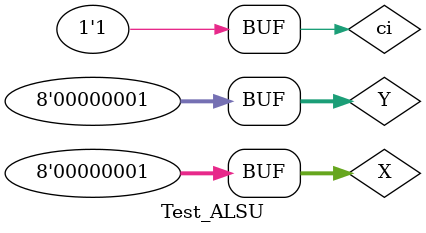
<source format=v>

module ALSU(
    input cin,
    input [7:0] a,
    input [7:0] b,
    input s0,
    input s1,
    input s2,
    input s3,
    output reg [7:0] f,
    output reg cout,
    output reg overflow
);
    wire [7:0] f1, f2, f3, f4;
    wire co1, co2, co3;
    
    arithmetic_unit8bit au(
        .cin(cin),
        .x(a),
        .y(b),
        .sel0(s0),
        .sel1(s1),
        .f(f1),
        .cout(co1)
    );
    Logic_8bit L1(
        .x(a),
        .y(b),
        .sel0(s0),
        .sel1(s1),
        .f(f2)
    );
    shift_right_unit sru0(
        .x(a),
        .cin(cin),
        .sel0(s0),
        .sel1(s1),
        .f(f3),
        .cout(co2)
    );
    shift_left_unit sru1(
        .x(a),
        .cin(cin),
        .sel0(s0),
        .sel1(s1),
        .f(f4),
        .cout(co3),
        .overflow(overflow)
    );
    
    mux4to1 mux0(
        .sel1(s3),
        .sel0(s2),
        .i3(f4),
        .i2(f3),
        .i1(f2),
        .i0(f1),
        .f(f)
    );
    Mux4to1 mux1(
        .i3(co3),
        .i2(co2),
        .i1(1'b0), // Assuming no input for this port
        .i0(co1),
        .sel1(s3),
        .sel0(s2),
        .f(cout)
    );
endmodule

//  ---------------(Test Arithmetic Logic Shift Unit)---------------
module Test_ALSU;
    reg ci, se0, se1, se2, se3; 
    reg [7:0] X, Y;
    wire co ,ov;
    wire [7:0] F;
    ALSU sru(
        .cin(ci),
        .a(X),
        .b(Y),
        .s0(se0),
        .s1(se1),
        .s2(se2),
        .s3(se3),
        .f(F),
        .cout(co),
        .overflow(ov)
    );

    initial begin
        $monitor("Cin = %b || A = %b || B = %b  ==>   F = %b || cout = %b  Overflow = %b ", ci, X, Y, F, co, ov);
       
        X = 8'b00000001; Y = 8'b00000001; ci = 1'b1;
        #5
        X = 8'b00000001; Y = 8'b00000001; ci = 1'b1;
        #5
        X = 8'b00000001; Y = 8'b00000001; ci = 1'b1;
        #5
        X = 8'b00000001; Y = 8'b00000001; ci = 1'b1;
    end
endmodule
</source>
